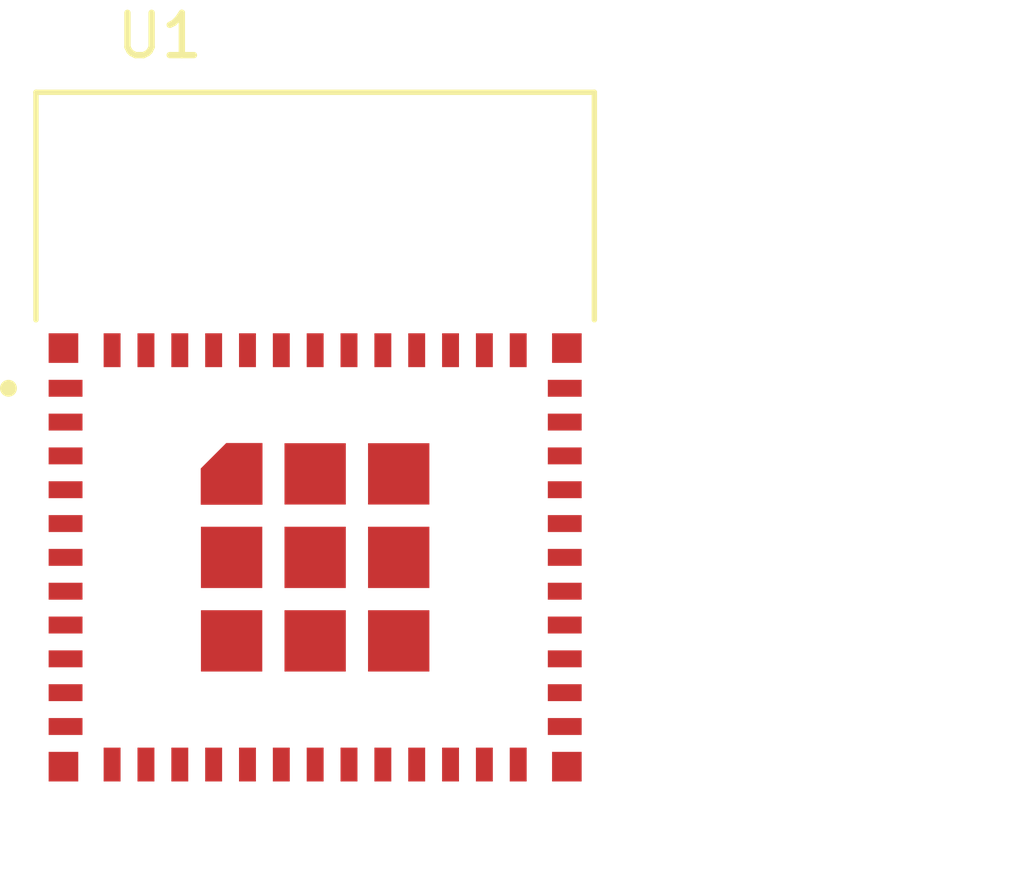
<source format=kicad_pcb>
(kicad_pcb (version 20221018) (generator pcbnew)
  (layers (0 "F.Cu" signal) (31 "B.Cu" signal) (34 "B.Paste" user) (35 "F.Paste" user) (36 "B.SilkS" user "B.Silkscreen") (37 "F.SilkS" user "F.Silkscreen") (38 "B.Mask" user) (39 "F.Mask" user) (44 "Edge.Cuts" user))
  (net 0 "")
  (net 1 "Net-(U1-GND-Pad1)")
  (footprint "Project Library:XCVR_ESP32-C3-MINI-1-N4" (layer "F.Cu") (at 155.75 101.05)
    (fp_text reference "U1" (at -3.675 -9.635) (layer "F.SilkS"))
    (fp_text value "ESP32-C3-MINI-1-N4")
    (fp_line (start -6.6 -8.3) (end 6.6 -8.3) (stroke (width 0.127)) (layer "F.SilkS"))
    (fp_line (start -6.6 -2.92) (end -6.6 -8.3) (stroke (width 0.127)) (layer "F.SilkS"))
    (fp_line (start 6.6 -8.3) (end 6.6 -2.92) (stroke (width 0.127)) (layer "F.SilkS"))
    (fp_circle (center -7.25 -1.3) (end -7.15 -1.3) (stroke (width 0.2)) (fill none) (layer "F.SilkS"))
    (pad "1" smd rect (at -5.9 -1.3) (size 0.8 0.4) (layers "F.Cu" "F.Paste" "F.Mask") (net 1 "Net-(U1-GND-Pad1)"))
    (pad "2" smd rect (at -5.9 -0.5) (size 0.8 0.4) (layers "F.Cu" "F.Paste" "F.Mask") (net 1 "Net-(U1-GND-Pad1)"))
    (pad "3" smd rect (at -5.9 0.3) (size 0.8 0.4) (layers "F.Cu" "F.Paste" "F.Mask"))
    (pad "4" smd rect (at -5.9 1.1) (size 0.8 0.4) (layers "F.Cu" "F.Paste" "F.Mask"))
    (pad "5" smd rect (at -5.9 1.9) (size 0.8 0.4) (layers "F.Cu" "F.Paste" "F.Mask"))
    (pad "6" smd rect (at -5.9 2.7) (size 0.8 0.4) (layers "F.Cu" "F.Paste" "F.Mask"))
    (pad "7" smd rect (at -5.9 3.5) (size 0.8 0.4) (layers "F.Cu" "F.Paste" "F.Mask"))
    (pad "8" smd rect (at -5.9 4.3) (size 0.8 0.4) (layers "F.Cu" "F.Paste" "F.Mask"))
    (pad "9" smd rect (at -5.9 5.1) (size 0.8 0.4) (layers "F.Cu" "F.Paste" "F.Mask"))
    (pad "10" smd rect (at -5.9 5.9) (size 0.8 0.4) (layers "F.Cu" "F.Paste" "F.Mask"))
    (pad "11" smd rect (at -5.9 6.7) (size 0.8 0.4) (layers "F.Cu" "F.Paste" "F.Mask") (net 1 "Net-(U1-GND-Pad1)"))
    (pad "12" smd rect (at -4.8 7.6) (size 0.4 0.8) (layers "F.Cu" "F.Paste" "F.Mask"))
    (pad "13" smd rect (at -4 7.6) (size 0.4 0.8) (layers "F.Cu" "F.Paste" "F.Mask"))
    (pad "14" smd rect (at -3.2 7.6) (size 0.4 0.8) (layers "F.Cu" "F.Paste" "F.Mask") (net 1 "Net-(U1-GND-Pad1)"))
    (pad "15" smd rect (at -2.4 7.6) (size 0.4 0.8) (layers "F.Cu" "F.Paste" "F.Mask"))
    (pad "16" smd rect (at -1.6 7.6) (size 0.4 0.8) (layers "F.Cu" "F.Paste" "F.Mask"))
    (pad "17" smd rect (at -0.8 7.6) (size 0.4 0.8) (layers "F.Cu" "F.Paste" "F.Mask"))
    (pad "18" smd rect (at 0 7.6) (size 0.4 0.8) (layers "F.Cu" "F.Paste" "F.Mask"))
    (pad "19" smd rect (at 0.8 7.6) (size 0.4 0.8) (layers "F.Cu" "F.Paste" "F.Mask"))
    (pad "20" smd rect (at 1.6 7.6) (size 0.4 0.8) (layers "F.Cu" "F.Paste" "F.Mask"))
    (pad "21" smd rect (at 2.4 7.6) (size 0.4 0.8) (layers "F.Cu" "F.Paste" "F.Mask"))
    (pad "22" smd rect (at 3.2 7.6) (size 0.4 0.8) (layers "F.Cu" "F.Paste" "F.Mask"))
    (pad "23" smd rect (at 4 7.6) (size 0.4 0.8) (layers "F.Cu" "F.Paste" "F.Mask"))
    (pad "24" smd rect (at 4.8 7.6) (size 0.4 0.8) (layers "F.Cu" "F.Paste" "F.Mask"))
    (pad "25" smd rect (at 5.9 6.7) (size 0.8 0.4) (layers "F.Cu" "F.Paste" "F.Mask"))
    (pad "26" smd rect (at 5.9 5.9) (size 0.8 0.4) (layers "F.Cu" "F.Paste" "F.Mask"))
    (pad "27" smd rect (at 5.9 5.1) (size 0.8 0.4) (layers "F.Cu" "F.Paste" "F.Mask"))
    (pad "28" smd rect (at 5.9 4.3) (size 0.8 0.4) (layers "F.Cu" "F.Paste" "F.Mask"))
    (pad "29" smd rect (at 5.9 3.5) (size 0.8 0.4) (layers "F.Cu" "F.Paste" "F.Mask"))
    (pad "30" smd rect (at 5.9 2.7) (size 0.8 0.4) (layers "F.Cu" "F.Paste" "F.Mask"))
    (pad "31" smd rect (at 5.9 1.9) (size 0.8 0.4) (layers "F.Cu" "F.Paste" "F.Mask"))
    (pad "32" smd rect (at 5.9 1.1) (size 0.8 0.4) (layers "F.Cu" "F.Paste" "F.Mask"))
    (pad "33" smd rect (at 5.9 0.3) (size 0.8 0.4) (layers "F.Cu" "F.Paste" "F.Mask"))
    (pad "34" smd rect (at 5.9 -0.5) (size 0.8 0.4) (layers "F.Cu" "F.Paste" "F.Mask"))
    (pad "35" smd rect (at 5.9 -1.3) (size 0.8 0.4) (layers "F.Cu" "F.Paste" "F.Mask"))
    (pad "36" smd rect (at 4.8 -2.2) (size 0.4 0.8) (layers "F.Cu" "F.Paste" "F.Mask") (net 1 "Net-(U1-GND-Pad1)"))
    (pad "37" smd rect (at 4 -2.2) (size 0.4 0.8) (layers "F.Cu" "F.Paste" "F.Mask") (net 1 "Net-(U1-GND-Pad1)"))
    (pad "38" smd rect (at 3.2 -2.2) (size 0.4 0.8) (layers "F.Cu" "F.Paste" "F.Mask") (net 1 "Net-(U1-GND-Pad1)"))
    (pad "39" smd rect (at 2.4 -2.2) (size 0.4 0.8) (layers "F.Cu" "F.Paste" "F.Mask") (net 1 "Net-(U1-GND-Pad1)"))
    (pad "40" smd rect (at 1.6 -2.2) (size 0.4 0.8) (layers "F.Cu" "F.Paste" "F.Mask") (net 1 "Net-(U1-GND-Pad1)"))
    (pad "41" smd rect (at 0.8 -2.2) (size 0.4 0.8) (layers "F.Cu" "F.Paste" "F.Mask") (net 1 "Net-(U1-GND-Pad1)"))
    (pad "42" smd rect (at 0 -2.2) (size 0.4 0.8) (layers "F.Cu" "F.Paste" "F.Mask") (net 1 "Net-(U1-GND-Pad1)"))
    (pad "43" smd rect (at -0.8 -2.2) (size 0.4 0.8) (layers "F.Cu" "F.Paste" "F.Mask") (net 1 "Net-(U1-GND-Pad1)"))
    (pad "44" smd rect (at -1.6 -2.2) (size 0.4 0.8) (layers "F.Cu" "F.Paste" "F.Mask") (net 1 "Net-(U1-GND-Pad1)"))
    (pad "45" smd rect (at -2.4 -2.2) (size 0.4 0.8) (layers "F.Cu" "F.Paste" "F.Mask") (net 1 "Net-(U1-GND-Pad1)"))
    (pad "46" smd rect (at -3.2 -2.2) (size 0.4 0.8) (layers "F.Cu" "F.Paste" "F.Mask") (net 1 "Net-(U1-GND-Pad1)"))
    (pad "47" smd rect (at -4 -2.2) (size 0.4 0.8) (layers "F.Cu" "F.Paste" "F.Mask") (net 1 "Net-(U1-GND-Pad1)"))
    (pad "48" smd rect (at -4.8 -2.2) (size 0.4 0.8) (layers "F.Cu" "F.Paste" "F.Mask") (net 1 "Net-(U1-GND-Pad1)"))
    (pad "49_1" smd custom (at -1.975 0.725) (size 0.6 0.6) (layers "F.Cu") (net 1 "Net-(U1-GND-Pad1)") (options (clearance outline) (anchor rect)) (primitives (gr_poly (pts (xy 0.725 0.725) (xy -0.725 0.725) (xy -0.725 -0.125) (xy -0.125 -0.725) (xy 0.725 -0.725)) (width 0.01) (fill yes))))
    (pad "49_2" smd rect (at 0 0.725) (size 1.45 1.45) (layers "F.Cu" "F.Paste" "F.Mask") (net 1 "Net-(U1-GND-Pad1)"))
    (pad "49_3" smd rect (at 1.975 0.725) (size 1.45 1.45) (layers "F.Cu" "F.Paste" "F.Mask") (net 1 "Net-(U1-GND-Pad1)"))
    (pad "49_4" smd rect (at 1.975 2.7) (size 1.45 1.45) (layers "F.Cu" "F.Paste" "F.Mask") (net 1 "Net-(U1-GND-Pad1)"))
    (pad "49_5" smd rect (at 1.975 4.675) (size 1.45 1.45) (layers "F.Cu" "F.Paste" "F.Mask") (net 1 "Net-(U1-GND-Pad1)"))
    (pad "49_6" smd rect (at 0 4.675) (size 1.45 1.45) (layers "F.Cu" "F.Paste" "F.Mask") (net 1 "Net-(U1-GND-Pad1)"))
    (pad "49_7" smd rect (at -1.975 4.675) (size 1.45 1.45) (layers "F.Cu" "F.Paste" "F.Mask") (net 1 "Net-(U1-GND-Pad1)"))
    (pad "49_8" smd rect (at -1.975 2.7) (size 1.45 1.45) (layers "F.Cu" "F.Paste" "F.Mask") (net 1 "Net-(U1-GND-Pad1)"))
    (pad "49_9" smd rect (at 0 2.7) (size 1.45 1.45) (layers "F.Cu" "F.Paste" "F.Mask") (net 1 "Net-(U1-GND-Pad1)"))
    (pad "50" smd rect (at 5.95 -2.25) (size 0.7 0.7) (layers "F.Cu" "F.Paste" "F.Mask") (net 1 "Net-(U1-GND-Pad1)"))
    (pad "51" smd rect (at 5.95 7.65) (size 0.7 0.7) (layers "F.Cu" "F.Paste" "F.Mask") (net 1 "Net-(U1-GND-Pad1)"))
    (pad "52" smd rect (at -5.95 7.65) (size 0.7 0.7) (layers "F.Cu" "F.Paste" "F.Mask") (net 1 "Net-(U1-GND-Pad1)"))
    (pad "53" smd rect (at -5.95 -2.25) (size 0.7 0.7) (layers "F.Cu" "F.Paste" "F.Mask") (net 1 "Net-(U1-GND-Pad1)"))
  )
)
</source>
